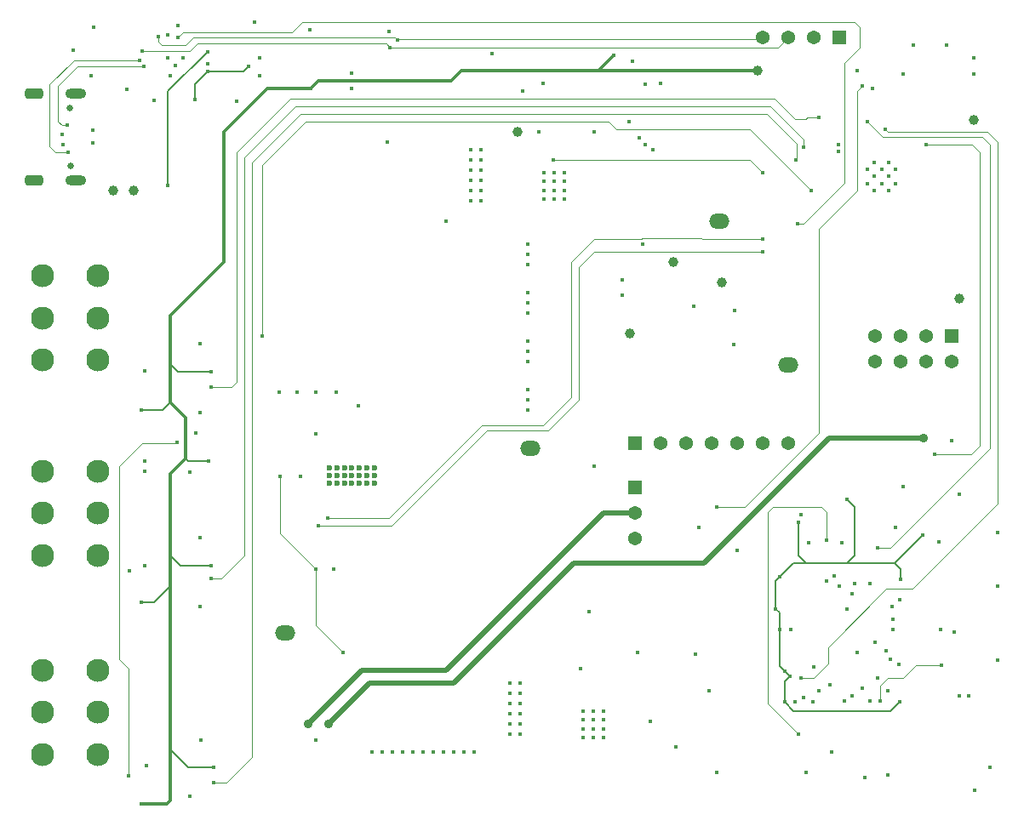
<source format=gbr>
%TF.GenerationSoftware,Altium Limited,Altium Designer,24.4.1 (13)*%
G04 Layer_Physical_Order=3*
G04 Layer_Color=16440176*
%FSLAX45Y45*%
%MOMM*%
%TF.SameCoordinates,7BA59CB3-8EBC-4C6A-B4C6-80429C3BB8AE*%
%TF.FilePolarity,Positive*%
%TF.FileFunction,Copper,L3,Inr,Signal*%
%TF.Part,Single*%
G01*
G75*
%TA.AperFunction,Conductor*%
%ADD68C,0.20000*%
%ADD69C,0.10000*%
%ADD72C,0.30000*%
%ADD73C,0.50000*%
%TA.AperFunction,ComponentPad*%
%ADD79C,0.65000*%
%ADD80O,2.10000X1.00000*%
G04:AMPARAMS|DCode=81|XSize=1.8mm|YSize=1mm|CornerRadius=0.25mm|HoleSize=0mm|Usage=FLASHONLY|Rotation=0.000|XOffset=0mm|YOffset=0mm|HoleType=Round|Shape=RoundedRectangle|*
%AMROUNDEDRECTD81*
21,1,1.80000,0.50000,0,0,0.0*
21,1,1.30000,1.00000,0,0,0.0*
1,1,0.50000,0.65000,-0.25000*
1,1,0.50000,-0.65000,-0.25000*
1,1,0.50000,-0.65000,0.25000*
1,1,0.50000,0.65000,0.25000*
%
%ADD81ROUNDEDRECTD81*%
%ADD82R,1.37000X1.37000*%
%ADD83C,1.37000*%
%TA.AperFunction,ViaPad*%
%ADD84O,2.00000X1.52400*%
%TA.AperFunction,ComponentPad*%
%ADD85C,0.40000*%
%ADD86R,1.37000X1.37000*%
%ADD88C,2.30000*%
%TA.AperFunction,ViaPad*%
%ADD89C,0.45000*%
%ADD90C,1.00000*%
%ADD91C,0.90000*%
%ADD92C,0.60000*%
D68*
X11430000Y5168900D02*
Y5270500D01*
X10414000Y5410200D02*
Y5740400D01*
X10899140Y5334000D02*
X11366500D01*
X10899140D02*
X10972800Y5407660D01*
Y5892800D01*
X10490200Y5334000D02*
X10899140D01*
X10896600Y5969000D02*
X10972800Y5892800D01*
X10185400Y4876800D02*
Y5156200D01*
X10363200Y5334000D02*
X10490200D01*
X10414000Y5410200D02*
X10490200Y5334000D01*
X11366500D02*
X11430000Y5270500D01*
X11366500Y5334000D02*
X11645900Y5613400D01*
X10223500Y5194300D02*
X10363200Y5334000D01*
X10274300Y3949700D02*
X10363200Y3860800D01*
X11328400D01*
X11417300Y3949700D01*
X10274300D02*
Y4152900D01*
X10325100Y4203700D01*
X10185400Y5156200D02*
X10223500Y5194300D01*
X10185400Y4876800D02*
X10223500Y4838700D01*
Y4673600D02*
Y4838700D01*
Y4305300D02*
X10274300Y4254500D01*
X10223500Y4305300D02*
Y4673600D01*
X10274300Y4254500D02*
X10325100Y4203700D01*
X4343400Y6350000D02*
X4546600D01*
X4318000Y6375400D02*
X4343400Y6350000D01*
X4538404Y10226616D02*
X4892616D01*
X4940300Y10274300D01*
X4406900Y10095112D02*
X4538404Y10226616D01*
X4406900Y9944100D02*
Y10095112D01*
X4140200Y10027920D02*
X4533900Y10421620D01*
X4140200Y9093200D02*
Y10027920D01*
X3873500Y6858000D02*
X4089400D01*
X4165600Y6934200D01*
X4241800Y7239000D02*
X4572000D01*
X4165600Y7315200D02*
X4241800Y7239000D01*
X4000500Y4940300D02*
X4165600Y5105400D01*
X3873500Y4940300D02*
X4000500D01*
X4267200Y5308600D02*
X4572000D01*
X4165600Y5410200D02*
X4267200Y5308600D01*
X4165600Y3479800D02*
X4343400Y3302000D01*
X4597400D01*
D69*
X8864693Y8561900D02*
G03*
X8856994Y8561350I-93J-52900D01*
G01*
X8813054Y8555603D02*
G03*
X8813803Y8555600I746J80397D01*
G01*
X3022600Y9423400D02*
X3149600D01*
X2962606Y9483394D02*
Y10094375D01*
Y9483394D02*
X3022600Y9423400D01*
X2962606Y10094375D02*
X3206032Y10337800D01*
X11544300Y5074920D02*
X12395200Y5925820D01*
Y9525000D01*
X11287760Y5074920D02*
X11544300D01*
X10706100Y4493260D02*
X11287760Y5074920D01*
X10706100Y4330700D02*
Y4493260D01*
X10566400Y4191000D02*
X10706100Y4330700D01*
X10439400Y4191000D02*
X10566400D01*
X9601200Y5892800D02*
X9880600D01*
X10617200Y6629400D02*
Y8661400D01*
X9880600Y5892800D02*
X10617200Y6629400D01*
X10388600Y9347200D02*
X10393741Y9352341D01*
X9931400Y9652000D02*
X10541000Y9042400D01*
X10393741Y9352341D02*
Y9507170D01*
X10464800Y9474200D02*
Y9550400D01*
X10134600Y9880600D02*
X10464800Y9550400D01*
X5410200Y9880600D02*
X10134600D01*
X9931400Y9347200D02*
X10058400Y9220200D01*
X7975600Y9347200D02*
X9931400D01*
X8597900Y9652000D02*
X9931400D01*
X10096511Y9804400D02*
X10393741Y9507170D01*
X5461000Y9804400D02*
X10096511D01*
X10375900Y9753600D02*
X10485757D01*
X10172700Y9956800D02*
X10375900Y9753600D01*
X10485757D02*
X10497872Y9765716D01*
X10617200D01*
X5359400Y9956800D02*
X10172700D01*
X4826000Y9423400D02*
X5359400Y9956800D01*
X3086100Y9690100D02*
X3136900D01*
X3048000Y9728200D02*
X3086100Y9690100D01*
X3048000Y9728200D02*
Y10083800D01*
X5511800Y9728200D02*
X8521700D01*
X8597900Y9652000D01*
X8813803Y8555600D02*
X8817425Y8555601D01*
X8390190Y8559800D02*
X8813054Y8555603D01*
X8864693Y8561900D02*
X10058400Y8559800D01*
X8382000D02*
X8390190D01*
X8817425Y8555601D02*
X8856994Y8561350D01*
X8153400Y8331200D02*
X8379071Y8556871D01*
X8382000Y8559800D01*
X11582400Y4318000D02*
X11836400D01*
X11455400Y4191000D02*
X11582400Y4318000D01*
X12293600Y9626600D02*
X12395200Y9525000D01*
X11303000Y9626600D02*
X12293600D01*
X10617200Y8661400D02*
X10998200Y9042400D01*
Y10033000D01*
X11049000Y10083800D01*
X10871200Y9118600D02*
Y10312400D01*
X11023600Y10464800D01*
Y10668000D01*
X5473700Y10718800D02*
X10972800D01*
X11023600Y10668000D01*
X10401300Y8712200D02*
X10464800D01*
X10871200Y9118600D01*
X10693400Y5562600D02*
Y5842000D01*
X10160000Y5892800D02*
X10642600D01*
X10693400Y5842000D01*
X10109200Y3937000D02*
Y5842000D01*
X10160000Y5892800D01*
X10109200Y3937000D02*
X10414000Y3632200D01*
X8229600Y8280400D02*
X8382000Y8432800D01*
X10058400D01*
X8229600Y6959600D02*
Y8280400D01*
X7924800Y6654800D02*
X8229600Y6959600D01*
X8153400Y6985000D02*
Y8331200D01*
X7874000Y6705600D02*
X8153400Y6985000D01*
X7264400Y6705600D02*
X7874000D01*
X7315200Y6654800D02*
X7924800D01*
X6362700Y5702300D02*
X7315200Y6654800D01*
X6337300Y5778500D02*
X7264400Y6705600D01*
X5638800Y5702300D02*
X6362700D01*
X5727700Y5778500D02*
X6337300D01*
X11277600Y9652000D02*
X11303000Y9626600D01*
X11099800Y9728200D02*
X11252200Y9575800D01*
X12237707D01*
X12319000Y9494507D01*
Y6477000D02*
Y9494507D01*
X12141200Y9499600D02*
X12217400Y9423400D01*
X11684000Y9499600D02*
X12141200D01*
X12217400Y6502400D02*
Y9423400D01*
X11328400Y5486400D02*
X12319000Y6477000D01*
X11201400Y5486400D02*
X11328400D01*
X11770360Y6418580D02*
X12133580D01*
X12217400Y6502400D01*
X11226800Y3962400D02*
Y4114800D01*
X11303000Y4191000D01*
X11455400D01*
X5080000Y9296400D02*
X5511800Y9728200D01*
X5080000Y7594600D02*
Y9296400D01*
X5372100Y10617200D02*
X5473700Y10718800D01*
X10210800Y10464800D02*
X10312400Y10566400D01*
X6350000Y10464800D02*
X10210800D01*
X6432897Y10547697D02*
X10039697D01*
X10058400Y10566400D01*
X5257800Y5626100D02*
Y6197600D01*
Y5626100D02*
X5613400Y5270500D01*
Y4711700D02*
X5880100Y4445000D01*
X5613400Y4711700D02*
Y5270500D01*
X4292600Y10617200D02*
X5372100D01*
X4241800Y10566400D02*
X4292600Y10617200D01*
X4318000Y10490200D02*
X4394200Y10566400D01*
X6400800D01*
X6426200Y10541000D01*
X3048000Y10083800D02*
X3238500Y10274300D01*
X3898900D01*
X3206032Y10337800D02*
X3860800D01*
X6426200Y10541000D02*
X6432897Y10547697D01*
X4432300Y10502900D02*
X6311900D01*
X3886200Y10426700D02*
X4356100D01*
X4432300Y10502900D01*
X6311900D02*
X6350000Y10464800D01*
X4076700Y10490200D02*
X4318000D01*
X4043680Y10523220D02*
Y10574020D01*
Y10523220D02*
X4076700Y10490200D01*
X4902200Y9372600D02*
X5410200Y9880600D01*
X4978400Y3403600D02*
Y9321800D01*
X4724400Y3149600D02*
X4978400Y3403600D01*
Y9321800D02*
X5461000Y9804400D01*
X4673600Y5181600D02*
X4902200Y5410200D01*
Y9372600D01*
X4775200Y7086600D02*
X4826000Y7137400D01*
Y9423400D01*
X3886200Y6527800D02*
X4241800D01*
X3657600Y6299200D02*
X3886200Y6527800D01*
X4572000Y7086600D02*
X4775200D01*
X4572000Y5181600D02*
X4673600D01*
X4597400Y3149600D02*
X4724400D01*
X3657600Y4373536D02*
X3746500Y4284636D01*
X3657600Y4373536D02*
Y6299200D01*
X3746500Y3213100D02*
Y4284636D01*
D72*
X8420100Y10236200D02*
X8572500Y10388600D01*
X7061200Y10236200D02*
X8420100D01*
X10007600D01*
X6959600Y10134600D02*
X7061200Y10236200D01*
X5638800Y10134600D02*
X6959600D01*
X4165600Y5410200D02*
Y6223000D01*
X4318000Y6375400D02*
Y6781800D01*
X4165600Y6223000D02*
X4318000Y6375400D01*
X4165600Y6934200D02*
X4318000Y6781800D01*
X5562600Y10058400D02*
X5638800Y10134600D01*
X4699000Y9626600D02*
X5130800Y10058400D01*
X5562600D01*
X4165600Y7797800D02*
X4699000Y8331200D01*
Y9626600D01*
X4165600Y7315200D02*
Y7797800D01*
Y6934200D02*
Y7315200D01*
Y5105400D02*
Y5410200D01*
Y3479800D02*
Y5105400D01*
Y2971800D02*
Y3479800D01*
X3873500Y2933700D02*
X4127500D01*
X4165600Y2971800D01*
D73*
X10718800Y6578600D02*
X11658600D01*
X9474200Y5334000D02*
X10718800Y6578600D01*
X8178800Y5334000D02*
X9474200D01*
X6146800Y4140200D02*
X6985000D01*
X8178800Y5334000D01*
X8470900Y5829300D02*
X8788400D01*
X6908800Y4267200D02*
X8470900Y5829300D01*
X6070600Y4267200D02*
X6908800D01*
X5537200Y3733800D02*
X6070600Y4267200D01*
X5740400Y3733800D02*
X6146800Y4140200D01*
D79*
X3161480Y9862220D02*
D03*
X3174700Y9286800D02*
D03*
D80*
X3224700Y9143800D02*
D03*
Y10007800D02*
D03*
D81*
X2806700Y9143800D02*
D03*
Y10007800D02*
D03*
D82*
X8788400Y6527800D02*
D03*
X10820400Y10566400D02*
D03*
X11938000Y7594600D02*
D03*
D83*
X9042400Y6527800D02*
D03*
X9296400D02*
D03*
X9550400D02*
D03*
X9804400D02*
D03*
X10058400D02*
D03*
X10312400D02*
D03*
X8788400Y5829300D02*
D03*
Y5575300D02*
D03*
X10566400Y10566400D02*
D03*
X10312400D02*
D03*
X10058400D02*
D03*
X11938000Y7340600D02*
D03*
X11684000Y7594600D02*
D03*
Y7340600D02*
D03*
X11430000Y7594600D02*
D03*
Y7340600D02*
D03*
X11176000Y7594600D02*
D03*
Y7340600D02*
D03*
D84*
X9626600Y8737600D02*
D03*
X10312400Y7302500D02*
D03*
X5308600Y4635500D02*
D03*
X7747000Y6477000D02*
D03*
D85*
X11309800Y9321800D02*
D03*
X11099800Y9111800D02*
D03*
Y9251800D02*
D03*
X11239800Y9111800D02*
D03*
Y9251800D02*
D03*
X11379800Y9111800D02*
D03*
Y9251800D02*
D03*
X11169800Y9041800D02*
D03*
Y9181800D02*
D03*
Y9321800D02*
D03*
X11309800Y9041800D02*
D03*
Y9181800D02*
D03*
D86*
X8788400Y6083300D02*
D03*
D88*
X2895600Y7352400D02*
D03*
Y7772400D02*
D03*
Y8192400D02*
D03*
X3445600Y7352400D02*
D03*
Y7772400D02*
D03*
Y8192400D02*
D03*
X2895600Y5408400D02*
D03*
Y5828400D02*
D03*
Y6248400D02*
D03*
X3445600Y5408400D02*
D03*
Y5828400D02*
D03*
Y6248400D02*
D03*
X2895600Y3427200D02*
D03*
Y3847200D02*
D03*
Y4267200D02*
D03*
X3445600Y3427200D02*
D03*
Y3847200D02*
D03*
Y4267200D02*
D03*
D89*
X12014200Y4013200D02*
D03*
X12103100D02*
D03*
X10563284Y4295716D02*
D03*
X11807884Y5540316D02*
D03*
X11430000Y5168900D02*
D03*
X11341100Y4902200D02*
D03*
X11417300Y4965700D02*
D03*
X10414000Y5740400D02*
D03*
X10515600Y5537200D02*
D03*
X10807700Y9499600D02*
D03*
Y9429200D02*
D03*
X3086100Y9601200D02*
D03*
X3098800Y9499600D02*
D03*
X10388600Y9347200D02*
D03*
X10464800Y9474200D02*
D03*
X10617200Y9765716D02*
D03*
X3390900Y9512300D02*
D03*
Y9639300D02*
D03*
X7721600Y7442200D02*
D03*
Y7543800D02*
D03*
Y7340600D02*
D03*
Y7924800D02*
D03*
Y8026400D02*
D03*
Y8407400D02*
D03*
Y7823200D02*
D03*
Y8305800D02*
D03*
Y8509000D02*
D03*
X3136900Y9690100D02*
D03*
X3149600Y9423400D02*
D03*
X8864600Y8509000D02*
D03*
X5608320Y3573780D02*
D03*
X9601200Y3251200D02*
D03*
X9194800Y3505200D02*
D03*
X7188200Y3454400D02*
D03*
X6883400D02*
D03*
X6781800D02*
D03*
X6578600D02*
D03*
X6273800D02*
D03*
X6985000D02*
D03*
X6375400D02*
D03*
X7086600D02*
D03*
X6680200D02*
D03*
X6477000D02*
D03*
X6172200D02*
D03*
X9387840Y4424680D02*
D03*
X9779000Y7848600D02*
D03*
X11455400Y10198100D02*
D03*
X11938000Y6553200D02*
D03*
X4165600Y10185400D02*
D03*
X4292600Y10363200D02*
D03*
X4140200D02*
D03*
X4216400Y10287000D02*
D03*
X4003040Y9941560D02*
D03*
X5054600Y10185400D02*
D03*
X4826000Y9931400D02*
D03*
X5054600Y10363200D02*
D03*
X5003800Y10718800D02*
D03*
X3403600Y10668000D02*
D03*
X3200400Y10439400D02*
D03*
X3378200Y10185400D02*
D03*
X10820400Y5105400D02*
D03*
X10972800Y5130800D02*
D03*
X9525000Y4064000D02*
D03*
X11201400Y4191000D02*
D03*
X11303000Y4064000D02*
D03*
X10998200Y4445000D02*
D03*
X10896600Y4876800D02*
D03*
X10337800Y4673600D02*
D03*
X9804400Y5461000D02*
D03*
X9423400Y5689600D02*
D03*
X11455400Y6096000D02*
D03*
X12014200Y6019800D02*
D03*
X11303000Y3225800D02*
D03*
X12395200Y5638800D02*
D03*
Y5105400D02*
D03*
Y4368800D02*
D03*
X12319000Y3302000D02*
D03*
X12166600Y3073400D02*
D03*
X10744200Y3454400D02*
D03*
X11074400Y3200400D02*
D03*
X10490200Y3251200D02*
D03*
X8813800Y4445000D02*
D03*
X8940800Y3759200D02*
D03*
X8331200Y4851400D02*
D03*
X8382000Y6299200D02*
D03*
X11836400Y4318000D02*
D03*
X10998200Y10236200D02*
D03*
X8763000Y10325100D02*
D03*
X8572500Y10388600D02*
D03*
X12153900Y10198100D02*
D03*
Y10363200D02*
D03*
X9372600Y7886700D02*
D03*
X9766300Y7505700D02*
D03*
X8661400Y8001000D02*
D03*
Y8153400D02*
D03*
X11887200Y10490200D02*
D03*
X11557000D02*
D03*
X7670800Y10033000D02*
D03*
X11049000Y10083800D02*
D03*
X11150600Y10058400D02*
D03*
X10693400Y5562600D02*
D03*
X10414000Y3632200D02*
D03*
X10185400Y4876800D02*
D03*
X10439400Y5816600D02*
D03*
X7721600Y6858000D02*
D03*
X11277600Y9652000D02*
D03*
X11099800Y9728200D02*
D03*
X11684000Y9499600D02*
D03*
X10439400Y4191000D02*
D03*
X11201400Y5486400D02*
D03*
X10541000Y9042400D02*
D03*
X10947400Y5029200D02*
D03*
X11125200Y5130800D02*
D03*
X10693400Y5156200D02*
D03*
X10769600Y5207000D02*
D03*
X9601200Y5892800D02*
D03*
X10378440Y3952240D02*
D03*
X10058400Y9220200D02*
D03*
X7975600Y9347200D02*
D03*
X11645900Y5613400D02*
D03*
X11770360Y6418580D02*
D03*
X11177123Y4546600D02*
D03*
X11379200Y5689600D02*
D03*
X9042400Y10109200D02*
D03*
X8966200Y9448800D02*
D03*
X11226800Y3962400D02*
D03*
X11823700Y4673600D02*
D03*
X11963400Y4648200D02*
D03*
X11353800Y4673600D02*
D03*
Y4775200D02*
D03*
X10058400Y8559800D02*
D03*
Y8432800D02*
D03*
X3911600Y6350000D02*
D03*
Y6248400D02*
D03*
X8724900Y9728200D02*
D03*
X5080000Y7594600D02*
D03*
X4356100Y6235700D02*
D03*
X8890000Y10096500D02*
D03*
X8826500Y9563100D02*
D03*
X8890000Y9499600D02*
D03*
X8382000Y9626600D02*
D03*
X6032500Y6896100D02*
D03*
X7874000Y10109200D02*
D03*
X7366000Y10401300D02*
D03*
X7831753Y9626247D02*
D03*
X7880013Y9130947D02*
D03*
X8083213Y9219847D02*
D03*
X7981613D02*
D03*
X7880013D02*
D03*
X7981613Y9130947D02*
D03*
X8083213D02*
D03*
Y9042047D02*
D03*
X7981613D02*
D03*
X7880013D02*
D03*
Y8953147D02*
D03*
X7981613D02*
D03*
X8083213D02*
D03*
X8470900Y3594100D02*
D03*
X8369300D02*
D03*
X8267700D02*
D03*
Y3683000D02*
D03*
X8369300D02*
D03*
X8470900D02*
D03*
Y3771900D02*
D03*
X8369300D02*
D03*
X8267700Y3860800D02*
D03*
X8369300D02*
D03*
X8470900D02*
D03*
X8267700Y3771900D02*
D03*
X8242300Y4279900D02*
D03*
X7255173Y9245247D02*
D03*
Y9143647D02*
D03*
Y9042047D02*
D03*
Y8940447D02*
D03*
X7153573D02*
D03*
Y9042047D02*
D03*
Y9143647D02*
D03*
Y9245247D02*
D03*
Y9346847D02*
D03*
X7255173D02*
D03*
Y9448447D02*
D03*
X7153573D02*
D03*
X7721600Y7061200D02*
D03*
Y6959600D02*
D03*
X5422900Y7035800D02*
D03*
X5245100D02*
D03*
X5816600D02*
D03*
X5613400D02*
D03*
X7538720Y4140200D02*
D03*
X7640320D02*
D03*
Y4038600D02*
D03*
X7538720D02*
D03*
Y3937000D02*
D03*
Y3835400D02*
D03*
Y3733800D02*
D03*
Y3632200D02*
D03*
X7640320D02*
D03*
Y3733800D02*
D03*
Y3835400D02*
D03*
Y3937000D02*
D03*
X5880100Y4445000D02*
D03*
X5461000Y6197600D02*
D03*
X5257800D02*
D03*
X10401300Y8712200D02*
D03*
X5549900Y10642600D02*
D03*
X3733800Y10045700D02*
D03*
X4241800Y10680700D02*
D03*
X4940300Y10274300D02*
D03*
X4406900Y9944100D02*
D03*
X4538404Y10226616D02*
D03*
X4533900Y10421620D02*
D03*
X6908800Y8737600D02*
D03*
X6324600Y9525000D02*
D03*
X6337300Y10619300D02*
D03*
X6426200Y10541000D02*
D03*
X6350000Y10464800D02*
D03*
X5969000Y10210800D02*
D03*
Y10058400D02*
D03*
X5562600D02*
D03*
X4419600Y6629400D02*
D03*
X4235429Y6530446D02*
D03*
X4546600Y6350000D02*
D03*
X3873500Y2933700D02*
D03*
X4572000Y7086600D02*
D03*
Y7239000D02*
D03*
Y5181600D02*
D03*
Y5308600D02*
D03*
X4597400Y3302000D02*
D03*
Y3149600D02*
D03*
X3759200Y5257800D02*
D03*
X3746500Y3213100D02*
D03*
X10223500Y5194300D02*
D03*
X10871200Y3962400D02*
D03*
X10947400Y4013200D02*
D03*
X11049000Y4089400D02*
D03*
X11125200Y3962400D02*
D03*
X10553700Y3949700D02*
D03*
X10617200Y4064000D02*
D03*
X10728960Y4122420D02*
D03*
X10274300Y3949700D02*
D03*
X10462260Y3995420D02*
D03*
X4467860Y3573780D02*
D03*
X11409680Y4320540D02*
D03*
X11325860Y4373880D02*
D03*
X11285220Y4462780D02*
D03*
X3924300Y3314700D02*
D03*
X10840720Y5532120D02*
D03*
X10896600Y5969000D02*
D03*
X10223500Y4673600D02*
D03*
X11417300Y3949700D02*
D03*
X10325100Y4203700D02*
D03*
X10274300Y4254500D02*
D03*
X5638800Y5702300D02*
D03*
X5727700Y5778500D02*
D03*
X5613400Y5270500D02*
D03*
X5791200D02*
D03*
X5613400Y6616700D02*
D03*
X4140200Y10591800D02*
D03*
X4043680Y10574020D02*
D03*
X3886200Y10426700D02*
D03*
X3898900Y10274300D02*
D03*
X3860800Y10337800D02*
D03*
X4241800Y10566400D02*
D03*
X4533900Y10304780D02*
D03*
X4140200Y9093200D02*
D03*
X3906520Y7244080D02*
D03*
X3873500Y6858000D02*
D03*
X4457700Y7518400D02*
D03*
Y6832600D02*
D03*
X3873500Y4940300D02*
D03*
X3914140Y5303520D02*
D03*
X4457700Y4902200D02*
D03*
Y5588000D02*
D03*
X4356100Y3009900D02*
D03*
D90*
X3594100Y9042400D02*
D03*
X3797300D02*
D03*
X12014200Y7962900D02*
D03*
X12153900Y9740900D02*
D03*
X9652000Y8128000D02*
D03*
X8737600Y7620000D02*
D03*
X9169400Y8331200D02*
D03*
X7620000Y9626600D02*
D03*
X10007600Y10236200D02*
D03*
D91*
X5740400Y3733800D02*
D03*
X5537200D02*
D03*
X11658600Y6578600D02*
D03*
D92*
X5745600Y6129100D02*
D03*
X5820600D02*
D03*
X5895600D02*
D03*
X5970600D02*
D03*
X6045600D02*
D03*
X6120600D02*
D03*
X6195600D02*
D03*
X5745600Y6279100D02*
D03*
X5820600D02*
D03*
X5895600D02*
D03*
X5970600D02*
D03*
X6045600D02*
D03*
X6120600D02*
D03*
X6195600D02*
D03*
X5745600Y6204100D02*
D03*
X5820600D02*
D03*
X5895600D02*
D03*
X5970600D02*
D03*
X6045600D02*
D03*
X6120600D02*
D03*
X6195600D02*
D03*
%TF.MD5,e62f5e3883b8b27b4b61b01713c8af6e*%
M02*

</source>
